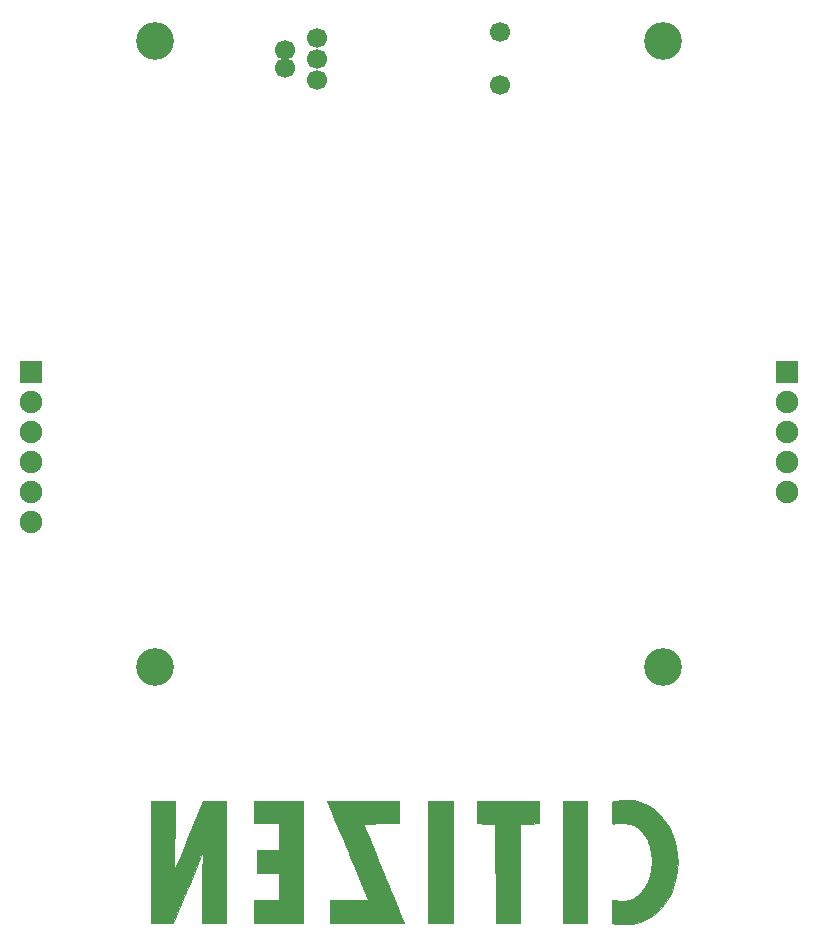
<source format=gbs>
G04 #@! TF.GenerationSoftware,KiCad,Pcbnew,(2017-07-14 revision d3b382c28)-master*
G04 #@! TF.CreationDate,2017-08-01T03:30:38-04:00*
G04 #@! TF.ProjectId,MAGLabs-2017-Swadges,4D41474C6162732D323031372D537761,rev?*
G04 #@! TF.SameCoordinates,Original
G04 #@! TF.FileFunction,Soldermask,Bot*
G04 #@! TF.FilePolarity,Negative*
%FSLAX46Y46*%
G04 Gerber Fmt 4.6, Leading zero omitted, Abs format (unit mm)*
G04 Created by KiCad (PCBNEW (2017-07-14 revision d3b382c28)-master) date Tue Aug  1 03:30:38 2017*
%MOMM*%
%LPD*%
G01*
G04 APERTURE LIST*
%ADD10C,0.010000*%
%ADD11C,1.700000*%
%ADD12O,1.900000X1.900000*%
%ADD13R,1.900000X1.900000*%
%ADD14C,3.200000*%
G04 APERTURE END LIST*
D10*
G36*
X119570516Y-114345137D02*
X118588698Y-114356500D01*
X117339451Y-117413575D01*
X117142432Y-117895102D01*
X116954618Y-118352954D01*
X116778463Y-118781221D01*
X116616419Y-119173996D01*
X116470940Y-119525370D01*
X116344477Y-119829435D01*
X116239484Y-120080284D01*
X116158413Y-120272007D01*
X116103718Y-120398698D01*
X116077851Y-120454447D01*
X116076138Y-120456583D01*
X116076218Y-120411037D01*
X116090682Y-120307021D01*
X116111320Y-120193508D01*
X116123309Y-120090811D01*
X116134264Y-119908747D01*
X116144201Y-119646555D01*
X116153138Y-119303472D01*
X116161090Y-118878739D01*
X116168075Y-118371592D01*
X116174110Y-117781272D01*
X116178996Y-117139917D01*
X116197425Y-114335334D01*
X114160000Y-114335334D01*
X114160000Y-124707000D01*
X115123083Y-124706138D01*
X116086167Y-124705276D01*
X117334764Y-121611908D01*
X117531008Y-121126241D01*
X117718337Y-120663650D01*
X117894313Y-120230096D01*
X118056498Y-119831538D01*
X118202452Y-119473936D01*
X118329739Y-119163252D01*
X118435919Y-118905445D01*
X118518554Y-118706475D01*
X118575206Y-118572302D01*
X118603436Y-118508887D01*
X118606023Y-118504535D01*
X118610753Y-118538542D01*
X118607521Y-118641511D01*
X118597164Y-118798195D01*
X118580520Y-118993348D01*
X118577340Y-119027015D01*
X118564360Y-119213200D01*
X118553065Y-119481521D01*
X118543500Y-119829463D01*
X118535708Y-120254510D01*
X118529734Y-120754148D01*
X118525620Y-121325861D01*
X118523411Y-121967135D01*
X118523164Y-122135250D01*
X118520333Y-124707000D01*
X120552333Y-124707000D01*
X120552333Y-114333773D01*
X119570516Y-114345137D01*
X119570516Y-114345137D01*
G37*
X119570516Y-114345137D02*
X118588698Y-114356500D01*
X117339451Y-117413575D01*
X117142432Y-117895102D01*
X116954618Y-118352954D01*
X116778463Y-118781221D01*
X116616419Y-119173996D01*
X116470940Y-119525370D01*
X116344477Y-119829435D01*
X116239484Y-120080284D01*
X116158413Y-120272007D01*
X116103718Y-120398698D01*
X116077851Y-120454447D01*
X116076138Y-120456583D01*
X116076218Y-120411037D01*
X116090682Y-120307021D01*
X116111320Y-120193508D01*
X116123309Y-120090811D01*
X116134264Y-119908747D01*
X116144201Y-119646555D01*
X116153138Y-119303472D01*
X116161090Y-118878739D01*
X116168075Y-118371592D01*
X116174110Y-117781272D01*
X116178996Y-117139917D01*
X116197425Y-114335334D01*
X114160000Y-114335334D01*
X114160000Y-124707000D01*
X115123083Y-124706138D01*
X116086167Y-124705276D01*
X117334764Y-121611908D01*
X117531008Y-121126241D01*
X117718337Y-120663650D01*
X117894313Y-120230096D01*
X118056498Y-119831538D01*
X118202452Y-119473936D01*
X118329739Y-119163252D01*
X118435919Y-118905445D01*
X118518554Y-118706475D01*
X118575206Y-118572302D01*
X118603436Y-118508887D01*
X118606023Y-118504535D01*
X118610753Y-118538542D01*
X118607521Y-118641511D01*
X118597164Y-118798195D01*
X118580520Y-118993348D01*
X118577340Y-119027015D01*
X118564360Y-119213200D01*
X118553065Y-119481521D01*
X118543500Y-119829463D01*
X118535708Y-120254510D01*
X118529734Y-120754148D01*
X118525620Y-121325861D01*
X118523411Y-121967135D01*
X118523164Y-122135250D01*
X118520333Y-124707000D01*
X120552333Y-124707000D01*
X120552333Y-114333773D01*
X119570516Y-114345137D01*
G36*
X122923000Y-116240334D02*
X124997333Y-116240334D01*
X124997333Y-118526334D01*
X123177000Y-118526334D01*
X123177000Y-120431334D01*
X124997333Y-120431334D01*
X124997333Y-122759667D01*
X122923000Y-122759667D01*
X122923000Y-124707000D01*
X127029333Y-124707000D01*
X127029333Y-114335334D01*
X122923000Y-114335334D01*
X122923000Y-116240334D01*
X122923000Y-116240334D01*
G37*
X122923000Y-116240334D02*
X124997333Y-116240334D01*
X124997333Y-118526334D01*
X123177000Y-118526334D01*
X123177000Y-120431334D01*
X124997333Y-120431334D01*
X124997333Y-122759667D01*
X122923000Y-122759667D01*
X122923000Y-124707000D01*
X127029333Y-124707000D01*
X127029333Y-114335334D01*
X122923000Y-114335334D01*
X122923000Y-116240334D01*
G36*
X129509776Y-115383083D02*
X129597841Y-115592646D01*
X129715061Y-115871575D01*
X129857784Y-116211183D01*
X130022360Y-116602782D01*
X130205136Y-117037686D01*
X130402464Y-117507208D01*
X130610690Y-118002660D01*
X130826166Y-118515356D01*
X131045239Y-119036608D01*
X131264259Y-119557730D01*
X131275580Y-119584667D01*
X132601098Y-122738500D01*
X130979382Y-122749581D01*
X129357667Y-122760661D01*
X129357667Y-124707000D01*
X132469167Y-124707000D01*
X133140482Y-124706464D01*
X133728112Y-124704846D01*
X134233030Y-124702132D01*
X134656210Y-124698309D01*
X134998626Y-124693363D01*
X135261252Y-124687280D01*
X135445063Y-124680047D01*
X135551032Y-124671650D01*
X135580667Y-124663273D01*
X135564966Y-124618916D01*
X135519258Y-124501386D01*
X135445634Y-124315853D01*
X135346187Y-124067490D01*
X135223009Y-123761468D01*
X135078191Y-123402959D01*
X134913825Y-122997136D01*
X134732004Y-122549169D01*
X134534818Y-122064232D01*
X134324361Y-121547495D01*
X134102723Y-121004130D01*
X133887333Y-120476827D01*
X133657122Y-119913183D01*
X133436138Y-119371281D01*
X133226472Y-118856298D01*
X133030217Y-118373410D01*
X132849466Y-117927794D01*
X132686311Y-117524627D01*
X132542845Y-117169086D01*
X132421159Y-116866348D01*
X132323347Y-116621590D01*
X132251499Y-116439989D01*
X132207710Y-116326721D01*
X132194000Y-116287221D01*
X132223342Y-116273536D01*
X132314096Y-116262400D01*
X132470352Y-116253684D01*
X132696204Y-116247258D01*
X132995741Y-116242992D01*
X133373056Y-116240758D01*
X133675667Y-116240334D01*
X135157333Y-116240334D01*
X135157333Y-114335334D01*
X132113411Y-114335333D01*
X129069488Y-114335333D01*
X129509776Y-115383083D01*
X129509776Y-115383083D01*
G37*
X129509776Y-115383083D02*
X129597841Y-115592646D01*
X129715061Y-115871575D01*
X129857784Y-116211183D01*
X130022360Y-116602782D01*
X130205136Y-117037686D01*
X130402464Y-117507208D01*
X130610690Y-118002660D01*
X130826166Y-118515356D01*
X131045239Y-119036608D01*
X131264259Y-119557730D01*
X131275580Y-119584667D01*
X132601098Y-122738500D01*
X130979382Y-122749581D01*
X129357667Y-122760661D01*
X129357667Y-124707000D01*
X132469167Y-124707000D01*
X133140482Y-124706464D01*
X133728112Y-124704846D01*
X134233030Y-124702132D01*
X134656210Y-124698309D01*
X134998626Y-124693363D01*
X135261252Y-124687280D01*
X135445063Y-124680047D01*
X135551032Y-124671650D01*
X135580667Y-124663273D01*
X135564966Y-124618916D01*
X135519258Y-124501386D01*
X135445634Y-124315853D01*
X135346187Y-124067490D01*
X135223009Y-123761468D01*
X135078191Y-123402959D01*
X134913825Y-122997136D01*
X134732004Y-122549169D01*
X134534818Y-122064232D01*
X134324361Y-121547495D01*
X134102723Y-121004130D01*
X133887333Y-120476827D01*
X133657122Y-119913183D01*
X133436138Y-119371281D01*
X133226472Y-118856298D01*
X133030217Y-118373410D01*
X132849466Y-117927794D01*
X132686311Y-117524627D01*
X132542845Y-117169086D01*
X132421159Y-116866348D01*
X132323347Y-116621590D01*
X132251499Y-116439989D01*
X132207710Y-116326721D01*
X132194000Y-116287221D01*
X132223342Y-116273536D01*
X132314096Y-116262400D01*
X132470352Y-116253684D01*
X132696204Y-116247258D01*
X132995741Y-116242992D01*
X133373056Y-116240758D01*
X133675667Y-116240334D01*
X135157333Y-116240334D01*
X135157333Y-114335334D01*
X132113411Y-114335333D01*
X129069488Y-114335333D01*
X129509776Y-115383083D01*
G36*
X137655000Y-124707000D02*
X139729333Y-124707000D01*
X139729333Y-114335334D01*
X137655000Y-114335334D01*
X137655000Y-124707000D01*
X137655000Y-124707000D01*
G37*
X137655000Y-124707000D02*
X139729333Y-124707000D01*
X139729333Y-114335334D01*
X137655000Y-114335334D01*
X137655000Y-124707000D01*
G36*
X141761333Y-116238465D02*
X142555083Y-116249983D01*
X143348833Y-116261500D01*
X143370409Y-124707000D01*
X145401591Y-124707000D01*
X145423167Y-116261500D01*
X146216917Y-116249983D01*
X147010667Y-116238465D01*
X147010667Y-114335334D01*
X141761333Y-114335334D01*
X141761333Y-116238465D01*
X141761333Y-116238465D01*
G37*
X141761333Y-116238465D02*
X142555083Y-116249983D01*
X143348833Y-116261500D01*
X143370409Y-124707000D01*
X145401591Y-124707000D01*
X145423167Y-116261500D01*
X146216917Y-116249983D01*
X147010667Y-116238465D01*
X147010667Y-114335334D01*
X141761333Y-114335334D01*
X141761333Y-116238465D01*
G36*
X149042667Y-124707000D02*
X151117000Y-124707000D01*
X151117000Y-114335334D01*
X149042667Y-114335334D01*
X149042667Y-124707000D01*
X149042667Y-124707000D01*
G37*
X149042667Y-124707000D02*
X151117000Y-124707000D01*
X151117000Y-114335334D01*
X149042667Y-114335334D01*
X149042667Y-124707000D01*
G36*
X154022161Y-114227768D02*
X153517853Y-114313359D01*
X153413583Y-114340056D01*
X153233667Y-114388670D01*
X153233667Y-115335669D01*
X153235019Y-115608523D01*
X153238807Y-115850512D01*
X153244630Y-116049670D01*
X153252086Y-116194032D01*
X153260774Y-116271631D01*
X153265417Y-116281657D01*
X153323379Y-116271603D01*
X153429150Y-116247755D01*
X153466500Y-116238655D01*
X153650591Y-116210234D01*
X153887066Y-116197825D01*
X154145288Y-116200841D01*
X154394618Y-116218695D01*
X154604417Y-116250798D01*
X154648385Y-116261320D01*
X155040852Y-116408185D01*
X155402510Y-116629667D01*
X155726361Y-116919132D01*
X156005409Y-117269947D01*
X156232657Y-117675480D01*
X156296461Y-117823606D01*
X156353802Y-117988516D01*
X156415923Y-118201766D01*
X156472971Y-118428304D01*
X156496129Y-118533746D01*
X156534931Y-118738455D01*
X156559212Y-118919489D01*
X156570823Y-119104634D01*
X156571616Y-119321674D01*
X156564747Y-119563500D01*
X156513207Y-120153256D01*
X156402308Y-120689037D01*
X156229434Y-121179705D01*
X155991975Y-121634120D01*
X155921758Y-121743781D01*
X155648926Y-122089909D01*
X155335569Y-122374663D01*
X154990676Y-122593827D01*
X154623236Y-122743187D01*
X154242240Y-122818525D01*
X153856677Y-122815627D01*
X153692066Y-122789349D01*
X153530084Y-122753921D01*
X153393862Y-122720794D01*
X153310840Y-122696678D01*
X153306958Y-122695196D01*
X153283228Y-122690163D01*
X153265314Y-122702963D01*
X153252574Y-122743309D01*
X153244364Y-122820917D01*
X153240041Y-122945503D01*
X153238963Y-123126783D01*
X153240485Y-123374471D01*
X153243458Y-123654417D01*
X153254833Y-124643500D01*
X153530000Y-124714695D01*
X153766057Y-124756707D01*
X154057410Y-124779454D01*
X154376862Y-124782742D01*
X154697217Y-124766374D01*
X154991279Y-124730152D01*
X155018052Y-124725455D01*
X155571694Y-124582989D01*
X156106049Y-124361719D01*
X156609114Y-124067192D01*
X156885127Y-123862325D01*
X157307954Y-123467894D01*
X157681481Y-123011756D01*
X158003564Y-122502525D01*
X158272060Y-121948813D01*
X158484824Y-121359233D01*
X158639714Y-120742398D01*
X158734586Y-120106921D01*
X158767295Y-119461414D01*
X158735698Y-118814491D01*
X158637651Y-118174763D01*
X158471011Y-117550844D01*
X158462473Y-117525094D01*
X158219108Y-116908113D01*
X157921106Y-116345120D01*
X157572070Y-115839997D01*
X157175603Y-115396626D01*
X156735308Y-115018888D01*
X156254785Y-114710665D01*
X155737639Y-114475839D01*
X155583167Y-114422611D01*
X155042575Y-114281928D01*
X154526321Y-114217135D01*
X154022161Y-114227768D01*
X154022161Y-114227768D01*
G37*
X154022161Y-114227768D02*
X153517853Y-114313359D01*
X153413583Y-114340056D01*
X153233667Y-114388670D01*
X153233667Y-115335669D01*
X153235019Y-115608523D01*
X153238807Y-115850512D01*
X153244630Y-116049670D01*
X153252086Y-116194032D01*
X153260774Y-116271631D01*
X153265417Y-116281657D01*
X153323379Y-116271603D01*
X153429150Y-116247755D01*
X153466500Y-116238655D01*
X153650591Y-116210234D01*
X153887066Y-116197825D01*
X154145288Y-116200841D01*
X154394618Y-116218695D01*
X154604417Y-116250798D01*
X154648385Y-116261320D01*
X155040852Y-116408185D01*
X155402510Y-116629667D01*
X155726361Y-116919132D01*
X156005409Y-117269947D01*
X156232657Y-117675480D01*
X156296461Y-117823606D01*
X156353802Y-117988516D01*
X156415923Y-118201766D01*
X156472971Y-118428304D01*
X156496129Y-118533746D01*
X156534931Y-118738455D01*
X156559212Y-118919489D01*
X156570823Y-119104634D01*
X156571616Y-119321674D01*
X156564747Y-119563500D01*
X156513207Y-120153256D01*
X156402308Y-120689037D01*
X156229434Y-121179705D01*
X155991975Y-121634120D01*
X155921758Y-121743781D01*
X155648926Y-122089909D01*
X155335569Y-122374663D01*
X154990676Y-122593827D01*
X154623236Y-122743187D01*
X154242240Y-122818525D01*
X153856677Y-122815627D01*
X153692066Y-122789349D01*
X153530084Y-122753921D01*
X153393862Y-122720794D01*
X153310840Y-122696678D01*
X153306958Y-122695196D01*
X153283228Y-122690163D01*
X153265314Y-122702963D01*
X153252574Y-122743309D01*
X153244364Y-122820917D01*
X153240041Y-122945503D01*
X153238963Y-123126783D01*
X153240485Y-123374471D01*
X153243458Y-123654417D01*
X153254833Y-124643500D01*
X153530000Y-124714695D01*
X153766057Y-124756707D01*
X154057410Y-124779454D01*
X154376862Y-124782742D01*
X154697217Y-124766374D01*
X154991279Y-124730152D01*
X155018052Y-124725455D01*
X155571694Y-124582989D01*
X156106049Y-124361719D01*
X156609114Y-124067192D01*
X156885127Y-123862325D01*
X157307954Y-123467894D01*
X157681481Y-123011756D01*
X158003564Y-122502525D01*
X158272060Y-121948813D01*
X158484824Y-121359233D01*
X158639714Y-120742398D01*
X158734586Y-120106921D01*
X158767295Y-119461414D01*
X158735698Y-118814491D01*
X158637651Y-118174763D01*
X158471011Y-117550844D01*
X158462473Y-117525094D01*
X158219108Y-116908113D01*
X157921106Y-116345120D01*
X157572070Y-115839997D01*
X157175603Y-115396626D01*
X156735308Y-115018888D01*
X156254785Y-114710665D01*
X155737639Y-114475839D01*
X155583167Y-114422611D01*
X155042575Y-114281928D01*
X154526321Y-114217135D01*
X154022161Y-114227768D01*
D11*
X125500000Y-50750000D03*
X125500000Y-52250000D03*
X143750000Y-53750000D03*
X143750000Y-49250000D03*
X128250000Y-49750000D03*
X128250000Y-51500000D03*
X128250000Y-53250000D03*
D12*
X104000000Y-90700000D03*
X104000000Y-88160000D03*
X104000000Y-85620000D03*
X104000000Y-83080000D03*
X104000000Y-80540000D03*
D13*
X104000000Y-78000000D03*
D12*
X168000000Y-88160000D03*
X168000000Y-85620000D03*
X168000000Y-83080000D03*
X168000000Y-80540000D03*
D13*
X168000000Y-78000000D03*
D14*
X157500000Y-50000000D03*
X157500000Y-103000000D03*
X114500000Y-50000000D03*
X114500000Y-103000000D03*
M02*

</source>
